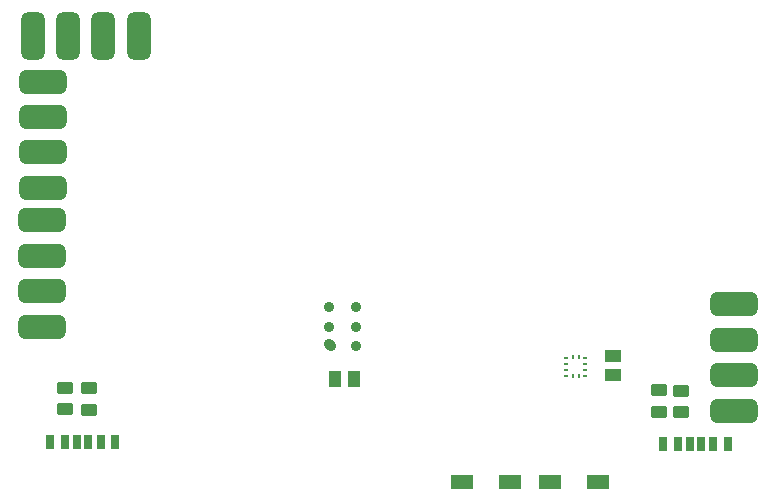
<source format=gtp>
%TF.GenerationSoftware,KiCad,Pcbnew,(6.0.6)*%
%TF.CreationDate,2022-06-29T14:14:22-05:00*%
%TF.ProjectId,FireflyV0,46697265-666c-4795-9630-2e6b69636164,rev?*%
%TF.SameCoordinates,Original*%
%TF.FileFunction,Paste,Top*%
%TF.FilePolarity,Positive*%
%FSLAX46Y46*%
G04 Gerber Fmt 4.6, Leading zero omitted, Abs format (unit mm)*
G04 Created by KiCad (PCBNEW (6.0.6)) date 2022-06-29 14:14:22*
%MOMM*%
%LPD*%
G01*
G04 APERTURE LIST*
G04 Aperture macros list*
%AMRoundRect*
0 Rectangle with rounded corners*
0 $1 Rounding radius*
0 $2 $3 $4 $5 $6 $7 $8 $9 X,Y pos of 4 corners*
0 Add a 4 corners polygon primitive as box body*
4,1,4,$2,$3,$4,$5,$6,$7,$8,$9,$2,$3,0*
0 Add four circle primitives for the rounded corners*
1,1,$1+$1,$2,$3*
1,1,$1+$1,$4,$5*
1,1,$1+$1,$6,$7*
1,1,$1+$1,$8,$9*
0 Add four rect primitives between the rounded corners*
20,1,$1+$1,$2,$3,$4,$5,0*
20,1,$1+$1,$4,$5,$6,$7,0*
20,1,$1+$1,$6,$7,$8,$9,0*
20,1,$1+$1,$8,$9,$2,$3,0*%
%AMHorizOval*
0 Thick line with rounded ends*
0 $1 width*
0 $2 $3 position (X,Y) of the first rounded end (center of the circle)*
0 $4 $5 position (X,Y) of the second rounded end (center of the circle)*
0 Add line between two ends*
20,1,$1,$2,$3,$4,$5,0*
0 Add two circle primitives to create the rounded ends*
1,1,$1,$2,$3*
1,1,$1,$4,$5*%
G04 Aperture macros list end*
%ADD10R,1.840000X1.200000*%
%ADD11RoundRect,0.250000X-0.450000X0.262500X-0.450000X-0.262500X0.450000X-0.262500X0.450000X0.262500X0*%
%ADD12R,0.410000X0.280000*%
%ADD13R,0.280000X0.410000*%
%ADD14R,1.470000X1.020000*%
%ADD15RoundRect,0.500000X-1.500000X-0.500000X1.500000X-0.500000X1.500000X0.500000X-1.500000X0.500000X0*%
%ADD16R,0.700000X1.200000*%
%ADD17R,0.760000X1.200000*%
%ADD18R,0.800000X1.200000*%
%ADD19C,0.910000*%
%ADD20HorizOval,0.910000X-0.070711X0.070711X0.070711X-0.070711X0*%
%ADD21R,1.020000X1.470000*%
%ADD22RoundRect,0.500000X0.500000X-1.500000X0.500000X1.500000X-0.500000X1.500000X-0.500000X-1.500000X0*%
G04 APERTURE END LIST*
D10*
X63265000Y-53350000D03*
X59215000Y-53350000D03*
X55785000Y-53350000D03*
X51735000Y-53350000D03*
D11*
X20140000Y-45410000D03*
X20140000Y-47235000D03*
X18120000Y-45385000D03*
X18120000Y-47210000D03*
X70330000Y-45625000D03*
X70330000Y-47450000D03*
X68420000Y-45600000D03*
X68420000Y-47425000D03*
D12*
X60585000Y-42850000D03*
X60585000Y-43350000D03*
X60585000Y-43850000D03*
X60585000Y-44350000D03*
D13*
X61130000Y-44415000D03*
X61630000Y-44415000D03*
D12*
X62175000Y-44350000D03*
X62175000Y-43850000D03*
X62175000Y-43350000D03*
X62175000Y-42850000D03*
D13*
X61630000Y-42785000D03*
X61130000Y-42785000D03*
D14*
X64550000Y-42700000D03*
X64550000Y-44300000D03*
D15*
X16300000Y-19450000D03*
X16300000Y-22450000D03*
X16300000Y-25450000D03*
X16300000Y-28450000D03*
D16*
X19133821Y-50002500D03*
D17*
X21153821Y-50002500D03*
D18*
X22383821Y-50002500D03*
D16*
X20133821Y-50002500D03*
D17*
X18113821Y-50002500D03*
D18*
X16883821Y-50002500D03*
D16*
X71030000Y-50170000D03*
D17*
X73050000Y-50170000D03*
D18*
X74280000Y-50170000D03*
D16*
X72030000Y-50170000D03*
D17*
X70010000Y-50170000D03*
D18*
X68780000Y-50170000D03*
D19*
X42820000Y-41870000D03*
X42820000Y-40220000D03*
X42820000Y-38570000D03*
X40480000Y-38570000D03*
X40480000Y-40220000D03*
D20*
X40580000Y-41770000D03*
D21*
X41040000Y-44660000D03*
X42640000Y-44660000D03*
D15*
X16210000Y-31210000D03*
X16210000Y-34210000D03*
X16210000Y-37210000D03*
X16210000Y-40210000D03*
D22*
X15400000Y-15560000D03*
X18400000Y-15560000D03*
X21400000Y-15560000D03*
X24400000Y-15560000D03*
D15*
X74820000Y-38310000D03*
X74820000Y-41310000D03*
X74820000Y-44310000D03*
X74820000Y-47310000D03*
M02*

</source>
